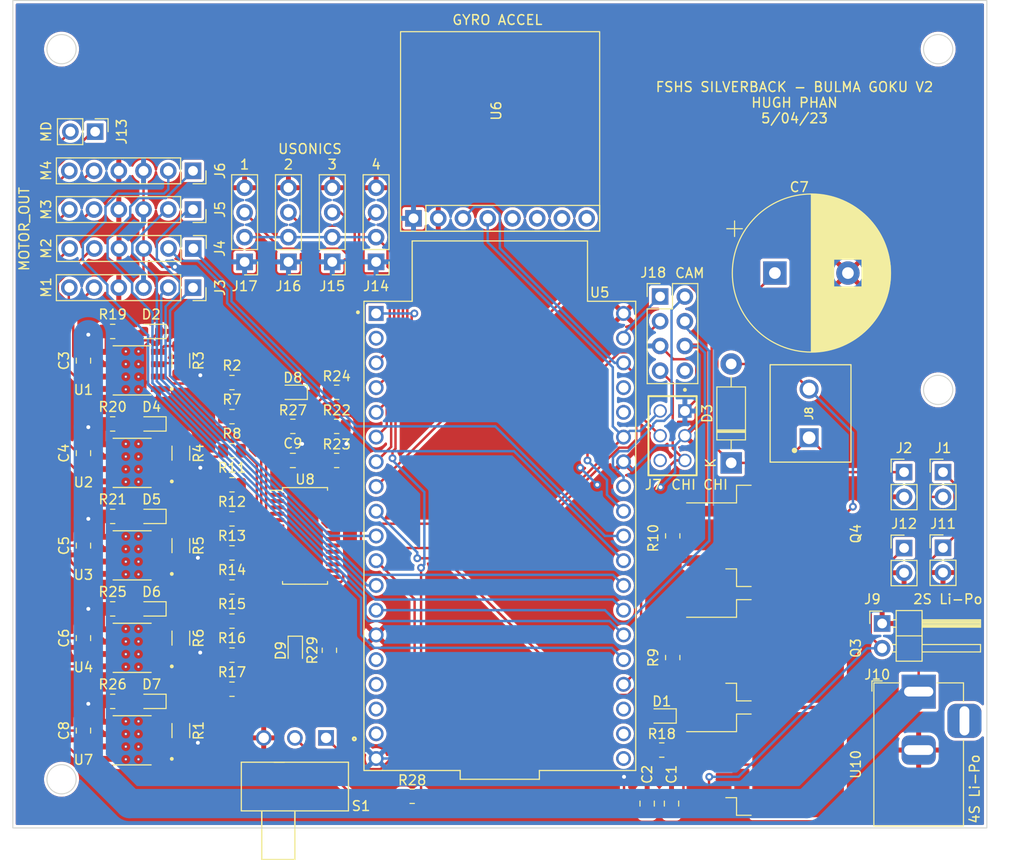
<source format=kicad_pcb>
(kicad_pcb (version 20211014) (generator pcbnew)
  (layers (0 "F.Cu" signal) (31 "B.Cu" signal) (34 "B.Paste" user) (35 "F.Paste" user) (36 "B.SilkS" user "B.Silkscreen") (37 "F.SilkS" user "F.Silkscreen") (38 "B.Mask" user) (39 "F.Mask" user) (44 "Edge.Cuts" user))
  (net 0 "")
  (net 1 "+7.5V")
  (net 2 "GND")
  (net 3 "+5V")
  (net 4 "+15V")
  (net 5 "+48V")
  (net 6 "Net-(D1-Pad2)")
  (net 7 "Net-(D2-Pad2)")
  (net 8 "Net-(D3-Pad2)")
  (net 9 "Net-(D4-Pad2)")
  (net 10 "Net-(D5-Pad2)")
  (net 11 "Net-(D6-Pad2)")
  (net 12 "Net-(D7-Pad2)")
  (net 13 "Net-(D8-Pad2)")
  (net 14 "Net-(D9-Pad2)")
  (net 15 "Net-(J1-Pad2)")
  (net 16 "/M1ENCB")
  (net 17 "/M1ENCA")
  (net 18 "Net-(J3-Pad5)")
  (net 19 "Net-(J3-Pad6)")
  (net 20 "/M2ENCB")
  (net 21 "/M2ENCA")
  (net 22 "Net-(J4-Pad5)")
  (net 23 "Net-(J4-Pad6)")
  (net 24 "/M3ENCB")
  (net 25 "/M3ENCA")
  (net 26 "Net-(J5-Pad5)")
  (net 27 "Net-(J5-Pad6)")
  (net 28 "/M4ENCB")
  (net 29 "/M4ENCA")
  (net 30 "Net-(J6-Pad5)")
  (net 31 "Net-(J6-Pad6)")
  (net 32 "/SDA")
  (net 33 "/SCL")
  (net 34 "/RST")
  (net 37 "Net-(J13-Pad1)")
  (net 38 "Net-(J13-Pad2)")
  (net 39 "/UTRIG")
  (net 40 "/UECHO1")
  (net 41 "/UECHO2")
  (net 42 "/UECHO3")
  (net 43 "/UECHO4")
  (net 44 "/MOSI")
  (net 45 "/MISO")
  (net 46 "/SCK")
  (net 47 "/CAM SS")
  (net 49 "/CHRGEN")
  (net 50 "/KCKEN")
  (net 51 "Net-(R1-Pad1)")
  (net 52 "Net-(R2-Pad1)")
  (net 53 "Net-(R2-Pad2)")
  (net 54 "Net-(R3-Pad1)")
  (net 55 "Net-(R4-Pad1)")
  (net 56 "Net-(R5-Pad1)")
  (net 57 "Net-(R6-Pad1)")
  (net 58 "Net-(R7-Pad1)")
  (net 59 "Net-(R7-Pad2)")
  (net 60 "Net-(R8-Pad1)")
  (net 61 "Net-(R8-Pad2)")
  (net 62 "Net-(R11-Pad1)")
  (net 63 "Net-(R11-Pad2)")
  (net 64 "Net-(R12-Pad1)")
  (net 65 "Net-(R12-Pad2)")
  (net 66 "Net-(R13-Pad1)")
  (net 67 "Net-(R13-Pad2)")
  (net 68 "Net-(R14-Pad1)")
  (net 69 "Net-(R14-Pad2)")
  (net 70 "Net-(R15-Pad1)")
  (net 71 "Net-(R15-Pad2)")
  (net 72 "Net-(R16-Pad1)")
  (net 73 "Net-(R16-Pad2)")
  (net 74 "Net-(R17-Pad1)")
  (net 75 "Net-(R17-Pad2)")
  (net 76 "Net-(R24-Pad1)")
  (net 77 "+3.3V")
  (net 78 "Net-(R28-Pad1)")
  (net 105 "/SW1")
  (footprint "Package_TO_SOT_SMD:TO-263-3_TabPin2" (layer "F.Cu") (at 182.25 138.5)
    (fp_text reference "U10")
    (fp_text value "LM1084-5.0")
  )
  (footprint "Resistor_SMD:R_0805_2012Metric" (layer "F.Cu") (at 127.5 127.25)
    (fp_text reference "R16")
    (fp_text value "220R")
  )
  (footprint "Connector_PinHeader_2.54mm:PinHeader_1x04_P2.54mm_Vertical" (layer "F.Cu") (at 137.795 86.8525 180)
    (fp_text reference "J15")
    (fp_text value "USONIC2")
  )
  (footprint "Capacitor_SMD:C_0805_2012Metric" (layer "F.Cu") (at 170.125 142.5 90)
    (fp_text reference "C2")
    (fp_text value "10UF20V")
  )
  (footprint "Capacitor_SMD:C_0805_2012Metric" (layer "F.Cu") (at 112.25 135 -90)
    (fp_text reference "C8")
    (fp_text value "0.1UF20V")
  )
  (footprint "Connector_PinHeader_2.54mm:PinHeader_1x02_P2.54mm_Vertical" (layer "F.Cu") (at 113.45 73.475 -90)
    (fp_text reference "J13")
    (fp_text value "Dribbler Motor 1")
  )
  (footprint "Resistor_SMD:R_0805_2012Metric" (layer "F.Cu") (at 138.25 107.25)
    (fp_text reference "R23")
    (fp_text value "10K")
  )
  (footprint "Capacitor_SMD:C_0805_2012Metric" (layer "F.Cu") (at 172.625 142.5 90)
    (fp_text reference "C1")
    (fp_text value "10UF20V")
  )
  (footprint "Capacitor_THT:CP_Radial_D16.0mm_P7.50mm" (layer "F.Cu") (at 183.237246 88)
    (fp_text reference "C7")
    (fp_text value "1000U")
  )
  (footprint "Connector_PinHeader_2.54mm:PinHeader_1x02_P2.54mm_Horizontal" (layer "F.Cu") (at 194.25 124)
    (fp_text reference "J9")
    (fp_text value "2S Li-Po")
  )
  (footprint "DRV8870DDAR:VREG_LM5017MR_NOPB" (layer "F.Cu") (at 117.25 107.5 180)
    (fp_text reference "U2")
    (fp_text value "DRV8870DDAR")
  )
  (footprint "Capacitor_SMD:C_0805_2012Metric" (layer "F.Cu") (at 133.75 107.25 180)
    (fp_text reference "C9")
    (fp_text value "10UF")
  )
  (footprint "Resistor_SMD:R_1206_3216Metric" (layer "F.Cu") (at 122.25 97 -90)
    (fp_text reference "R3")
    (fp_text value "200R")
  )
  (footprint "Resistor_SMD:R_0805_2012Metric" (layer "F.Cu") (at 127.5 120.25)
    (fp_text reference "R14")
    (fp_text value "220R")
  )
  (footprint "Resistor_SMD:R_0805_2012Metric" (layer "F.Cu") (at 146 141.75)
    (fp_text reference "R28")
    (fp_text value "220R")
  )
  (footprint "Connector_PinHeader_2.54mm:PinHeader_1x02_P2.54mm_Vertical" (layer "F.Cu") (at 200.5 108.45)
    (fp_text reference "J1")
    (fp_text value "BOOST CONVERTER IN")
  )
  (footprint "Resistor_SMD:R_0805_2012Metric" (layer "F.Cu") (at 133.75 103.75)
    (fp_text reference "R27")
    (fp_text value "150R")
  )
  (footprint "Library:GY-521" (layer "F.Cu") (at 146.1365 82.379 90)
    (fp_text reference "U6")
    (fp_text value "GY-521")
  )
  (footprint "Connector_PinHeader_2.54mm:PinHeader_1x04_P2.54mm_Vertical" (layer "F.Cu") (at 128.795 86.8525 180)
    (fp_text reference "J17")
    (fp_text value "USONIC4")
  )
  (footprint "LED_SMD:LED_0603_1608Metric" (layer "F.Cu") (at 171.625 133.5 180)
    (fp_text reference "D1")
    (fp_text value "LED")
  )
  (footprint "Resistor_SMD:R_0805_2012Metric" (layer "F.Cu") (at 127.5 123.75)
    (fp_text reference "R15")
    (fp_text value "220R")
  )
  (footprint "Resistor_SMD:R_0805_2012Metric" (layer "F.Cu") (at 127.5 113.25)
    (fp_text reference "R12")
    (fp_text value "220R")
  )
  (footprint "Resistor_SMD:R_0805_2012Metric" (layer "F.Cu") (at 127.5 130.75)
    (fp_text reference "R17")
    (fp_text value "220R")
  )
  (footprint "DRV8870DDAR:VREG_LM5017MR_NOPB" (layer "F.Cu") (at 117.25 98 180)
    (fp_text reference "U1")
    (fp_text value "DRV8870DDAR")
  )
  (footprint "Capacitor_SMD:C_0805_2012Metric" (layer "F.Cu") (at 112.25 106.5 -90)
    (fp_text reference "C4")
    (fp_text value "0.1UF20V")
  )
  (footprint "DRV8870DDAR:VREG_LM5017MR_NOPB" (layer "F.Cu") (at 117.25 136 180)
    (fp_text reference "U7")
    (fp_text value "DRV8870DDAR")
  )
  (footprint "Capacitor_SMD:C_0805_2012Metric" (layer "F.Cu") (at 112.25 116 -90)
    (fp_text reference "C5")
    (fp_text value "0.1UF20V")
  )
  (footprint "DRV8870DDAR:VREG_LM5017MR_NOPB" (layer "F.Cu") (at 117.25 126.5 180)
    (fp_text reference "U4")
    (fp_text value "DRV8870DDAR")
  )
  (footprint "Resistor_SMD:R_0805_2012Metric" (layer "F.Cu") (at 115.25 132 180)
    (fp_text reference "R26")
    (fp_text value "730R")
  )
  (footprint "Resistor_SMD:R_0805_2012Metric" (layer "F.Cu") (at 138.25 103.75)
    (fp_text reference "R22")
    (fp_text value "10K")
  )
  (footprint "Resistor_SMD:R_1206_3216Metric" (layer "F.Cu") (at 122.25 106.5 -90)
    (fp_text reference "R4")
    (fp_text value "200R")
  )
  (footprint "Connector_PinHeader_2.54mm:PinHeader_2x04_P2.54mm_Vertical" (layer "F.Cu") (at 171.455 90.41)
    (fp_text reference "J18")
    (fp_text value "Cam H7")
  )
  (footprint "LED_SMD:LED_0603_1608Metric" (layer "F.Cu") (at 119.25 122.5 180)
    (fp_text reference "D6")
    (fp_text value "LED")
  )
  (footprint "Package_TO_SOT_SMD:TO-263-2" (layer "F.Cu") (at 182.25 115)
    (fp_text reference "Q4")
    (fp_text value "IRLZ44N")
  )
  (footprint "Connector_PinSocket_2.54mm:PinSocket_1x06_P2.54mm_Vertical" (layer "F.Cu") (at 123.5 89.5 -90)
    (fp_text reference "J3")
    (fp_text value "Drive Motor 1")
  )
  (footprint "Resistor_SMD:R_0805_2012Metric" (layer "F.Cu") (at 127.5 116.75)
    (fp_text reference "R13")
    (fp_text value "220R")
  )
  (footprint "Capacitor_SMD:C_0805_2012Metric" (layer "F.Cu") (at 112.25 125.5 -90)
    (fp_text reference "C6")
    (fp_text value "0.1UF20V")
  )
  (footprint "SSQ-103-01-T-D:SAMTEC_SSQ-103-01-T-D" (layer "F.Cu") (at 172.73 104.71 90)
    (fp_text reference "J7")
    (fp_text value "Chi Chi Conn")
  )
  (footprint "ESP32-DEVKITC:MODULE_ESP32-DEVKITC" (layer "F.Cu") (at 155 115)
    (fp_text reference "U5")
    (fp_text value "ESP32-DEVKITC")
  )
  (footprint "Resistor_SMD:R_0805_2012Metric" (layer "F.Cu") (at 172.75 115 -90)
    (fp_text reference "R10")
    (fp_text value "10K")
  )
  (footprint "Resistor_SMD:R_0805_2012Metric" (layer "F.Cu") (at 115.25 122.5 180)
    (fp_text reference "R25")
    (fp_text value "730R")
  )
  (footprint "LED_SMD:LED_0603_1608Metric" (layer "F.Cu") (at 119.25 103.5 180)
    (fp_text reference "D4")
    (fp_text value "LED")
  )
  (footprint "Connector_PinSocket_2.54mm:PinSocket_1x06_P2.54mm_Vertical" (layer "F.Cu") (at 123.5 81.475 -90)
    (fp_text reference "J5")
    (fp_text value "Drive Motor 3")
  )
  (footprint "Resistor_SMD:R_1206_3216Metric" (layer "F.Cu") (at 122.25 135 -90)
    (fp_text reference "R1")
    (fp_text value "200R")
  )
  (footprint "2 Position Wire to Board Terminal Block Horizontal with Board 0.197 (5:2 Position Wire to Board Terminal Block Horizontal with Board 0.197 (5.00mm) Through Hole" (layer "F.Cu") (at 186.75 102.42 90)
    (fp_text reference "J8")
    (fp_text value "Solenoid")
  )
  (footprint "Diode_THT:D_DO-41_SOD81_P10.16mm_Horizontal" (layer "F.Cu") (at 178.75 107.5 90)
    (fp_text reference "D3")
    (fp_text value "1N4004")
  )
  (footprint "Resistor_SMD:R_1206_3216Metric" (layer "F.Cu") (at 122.25 116 -90)
    (fp_text reference "R5")
    (fp_text value "200R")
  )
  (footprint "LED_SMD:LED_0603_1608Metric" (layer "F.Cu") (at 134 126.7875 -90)
    (fp_text reference "D9")
    (fp_text value "LED")
  )
  (footprint "Resistor_SMD:R_0805_2012Metric" (layer "F.Cu") (at 138.25 100.25)
    (fp_text reference "R24")
    (fp_text value "10K")
  )
  (footprint "Resistor_SMD:R_0805_2012Metric" (layer "F.Cu") (at 115.25 94 180)
    (fp_text reference "R19")
    (fp_text value "730R")
  )
  (footprint "Connector_BarrelJack:BarrelJack_Horizontal" (layer "F.Cu") (at 198 131 90)
    (fp_text reference "J10")
    (fp_text value "4S Li-Po")
  )
  (footprint "Connector_PinHeader_2.54mm:PinHeader_1x02_P2.54mm_Vertical" (layer "F.Cu") (at 196.5 116.25)
    (fp_text reference "J12")
    (fp_text value "Voltmeter 2")
  )
  (footprint "Connector_PinHeader_2.54mm:PinHeader_1x02_P2.54mm_Vertical" (layer "F.Cu") (at 200.5 116.225)
    (fp_text reference "J11")
    (fp_text value "Voltmeter 1")
  )
  (footprint "Resistor_SMD:R_0805_2012Metric" (layer "F.Cu") (at 127.5 102.75)
    (fp_text reference "R7")
    (fp_text value "220R")
  )
  (footprint "Connector_PinHeader_2.54mm:PinHeader_1x04_P2.54mm_Vertical" (layer "F.Cu") (at 142.295 86.8525 180)
    (fp_text reference "J14")
    (fp_text value "USONIC1")
  )
  (footprint "LED_SMD:LED_0603_1608Metric" (layer "F.Cu") (at 119.25 94 180)
    (fp_text reference "D2")
    (fp_text value "LED")
  )
  (footprint "Resistor_SMD:R_0805_2012Metric" (layer "F.Cu") (at 115.25 103.5 180)
    (fp_text reference "R20")
    (fp_text value "730R")
  )
  (footprint "LED_SMD:LED_0603_1608Metric" (layer "F.Cu") (at 119.25 113 180)
    (fp_text reference "D5")
    (fp_text value "LED")
  )
  (footprint "Resistor_SMD:R_0805_2012Metric" (layer "F.Cu") (at 127.5 106.25)
    (fp_text reference "R8")
    (fp_text value "220R")
  )
  (footprint "Package_TO_SOT_SMD:TO-263-2" (layer "F.Cu") (at 182.25 126.75)
    (fp_text reference "Q3")
    (fp_text value "IRLZ44N")
  )
  (footprint "Resistor_SMD:R_0805_2012Metric" (layer "F.Cu") (at 172.75 127.5 -90)
    (fp_text reference "R9")
    (fp_text value "10K")
  )
  (footprint "Connector_PinHeader_2.54mm:PinHeader_1x04_P2.54mm_Vertical" (layer "F.Cu") (at 133.295 86.8525 180)
    (fp_text reference "J16")
    (fp_text value "USONIC3")
  )
  (footprint "Resistor_SMD:R_0805_2012Metric" (layer "F.Cu") (at 127.5 109.75)
    (fp_text reference "R11")
    (fp_text value "220R")
  )
  (footprint "LED_SMD:LED_0603_1608Metric" (layer "F.Cu") (at 133.75 100.25 180)
    (fp_text reference "D8")
    (fp_text value "LED")
  )
  (footprint "Resistor_SMD:R_0805_2012Metric" (layer "F.Cu") (at 137.5 126.75 90)
    (fp_text reference "R29")
    (fp_text value "150R")
  )
  (footprint "DRV8870DDAR:VREG_LM5017MR_NOPB" (layer "F.Cu") (at 117.25 117 180)
    (fp_text reference "U3")
    (fp_text value "DRV8870DDAR")
  )
  (footprint "Connector_PinHeader_2.54mm:PinHeader_1x02_P2.54mm_Vertical" (layer "F.Cu") (at 196.5 108.45)
    (fp_text reference "J2")
    (fp_text value "BOOST CONVERTER OUT")
  )
  (footprint "1825116-1:SW_1825116-1" (layer "F.Cu") (at 137.158444 135.7494 180)
    (fp_text reference "S1")
    (fp_text value "1825116-1")
  )
  (footprint "Package_SO:TSSOP-28_4.4x9.7mm_P0.65mm" (layer "F.Cu") (at 135 115)
    (fp_text reference "U8")
    (fp_text value "PCA9685PW")
  )
  (footprint "Resistor_SMD:R_0805_2012Metric" (layer "F.Cu") (at 115.25 113 180)
    (fp_text reference "R21")
    (fp_text value "730R")
  )
  (footprint "Resistor_SMD:R_0805_2012Metric" (layer "F.Cu") (at 127.5 99.25)
    (fp_text reference "R2")
    (fp_text value "220R")
  )
  (footprint "Resistor_SMD:R_0805_2012Metric" (layer "F.Cu") (at 171.625 137)
    (fp_text reference "R18")
    (fp_text value "150R")
  )
  (footprint "Connector_PinSocket_2.54mm:PinSocket_1x06_P2.54mm_Vertical" (layer "F.Cu") (at 123.5 77.5 -90)
    (fp_text reference "J6")
    (fp_text value "Drive Motor 4")
  )
  (footprint "LED_SMD:LED_0603_1608Metric" (layer "F.Cu") (at 119.25 132 180)
    (fp_text reference "D7")
    (fp_text value "LED")
  )
  (footprint "Connector_PinHeader_2.54mm:PinHeader_1x06_P2.54mm_Vertical" (layer "F.Cu") (at 123.525 85.475 -90)
    (fp_text reference "J4")
    (fp_text value "Drive Motor 2")
  )
  (footprint "Capacitor_SMD:C_0805_2012Metric" (layer "F.Cu") (at 112.25 97 -90)
    (fp_text reference "C3")
    (fp_text value "0.1UF20V")
  )
  (footprint "Resistor_SMD:R_1206_3216Metric" (layer "F.Cu") (at 122.25 125.5 -90)
    (fp_text reference "R6")
    (fp_text value "200R")
  )
  (gr_circle (center 110 140) (end 111.5 140) (layer "Edge.Cuts") (width 0.1) (fill none))
  (gr_circle (center 110 65) (end 111.5 65) (layer "Edge.Cuts") (width 0.1) (fill none))
  (gr_rect (start 105 145) (end 205 60) (layer "Edge.Cuts") (width 0.1) (fill none))
  (gr_circle (center 200 65) (end 201.5 65) (layer "Edge.Cuts") (width 0.1) (fill none))
  (gr_circle (center 200 100) (end 201.5 100) (layer "Edge.Cuts") (width 0.1) (fill none))
  (gr_text "1" (at 128.795 76.8525) (layer "F.SilkS") (effects (font (size 1 1))))
  (gr_text "2" (at 133.295 76.8525) (layer "F.SilkS") (effects (font (size 1 1))))
  (gr_text "2S Li-Po" (at 201 121.5) (layer "F.SilkS") (effects (font (size 1 1))))
  (gr_text "FSHS SILVERBACK - BULMA GOKU V2\nHUGH PHAN\n5/04/23" (at 185.25 70.5) (layer "F.SilkS") (effects (font (size 1 1))))
  (gr_text "3" (at 137.795 76.8525) (layer "F.SilkS") (effects (font (size 1 1))))
  (gr_text "M2\n" (at 108.425 85.475 90) (layer "F.SilkS") (effects (font (size 1 1))))
  (gr_text "M4\n" (at 108.425 77.475 90) (layer "F.SilkS") (effects (font (size 1 1))))
  (gr_text "MD\n" (at 108.425 73.475 90) (layer "F.SilkS") (effects (font (size 1 1))))
  (gr_text "GYRO ACCEL" (at 154.75 62) (layer "F.SilkS") (effects (font (size 1 1))))
  (gr_text "M3\n" (at 108.425 81.475 90) (layer "F.SilkS") (effects (font (size 1 1))))
  (gr_text "4" (at 142.295 76.8525) (layer "F.SilkS") (effects (font (size 1 1))))
  (gr_text "MOTOR_OUT" (at 106.175 83.475 90) (layer "F.SilkS") (effects (font (size 1 1))))
  (gr_text "CAM" (at 174.5 88) (layer "F.SilkS") (effects (font (size 1 1))))
  (gr_text "4S Li-Po" (at 203.75 141 90) (layer "F.SilkS") (effects (font (size 1 1))))
  (gr_text "M1\n" (at 108.425 89.475 90) (layer "F.SilkS") (effects (font (size 1 1))))
  (gr_text "CHI CHI\n" (at 175.5 109.75) (layer "F.SilkS") (effects (font (size 1 1))))
  (gr_text "USONICS" (at 135.5 75.25) (layer "F.SilkS") (effects (font (size 1 1))))
  (segment (start 176.475 139.775) (end 176.475 141.04) (width 0.25) (layer "F.Cu") (net 1))
  (segment (start 196.5 116.25) (end 193.075 119.675) (width 0.25) (layer "F.Cu") (net 1))
  (segment (start 193.075 125.365) (end 194.25 126.54) (width 0.25) (layer "F.Cu") (net 1))
  (segment (start 172.625 143.45) (end 174.065 143.45) (width 0.25) (layer "F.Cu") (net 1))
  (segment (start 176.5 139.75) (end 176.475 139.775) (width 0.25) (layer "F.Cu") (net 1))
  (segment (start 174.065 143.45) (end 176.475 141.04) (width 0.25) (layer "F.Cu") (net 1))
  (segment (start 193.075 119.675) (end 193.075 125.365) (width 0.25) (layer "F.Cu") (net 1))
  (via (at 176.5 139.75) (size 0.8) (drill 0.4) (layers "F.Cu" "B.Cu") (net 1))
  (segment (start 192.71 126.54) (end 194.25 126.54) (width 0.25) (layer "B.Cu") (net 1))
  (segment (start 176.5 139.75) (end 179.5 139.75) (width 0.25) (layer "B.Cu") (net 1))
  (segment (start 179.5 139.75) (end 192.71 126.54) (width 0.25) (layer "B.Cu") (net 1))
  (segment (start 120.0375 94) (end 118.375 95.6625) (width 0.25) (layer "F.Cu") (net 2))
  (segment (start 112.25 97.95) (end 113.456 97.95) (width 0.25) (layer "F.Cu") (net 2))
  (segment (start 118.375 95.6625) (end 118.375 96.246752) (width 0.25) (layer "F.Cu") (net 2))
  (segment (start 112.25 107.45) (end 112.935 108.135) (width 0.25) (layer "F.Cu") (net 2))
  (segment (start 173.6275 129.29) (end 176.475 129.29) (width 0.25) (layer "F.Cu") (net 2))
  (segment (start 114.55 127.135) (end 116.124999 127.135) (width 0.25) (layer "F.Cu") (net 2))
  (segment (start 114.141 98.635) (end 114.55 98.635) (width 0.25) (layer "F.Cu") (net 2))
  (segment (start 116.125 108.135) (end 114.55 108.135) (width 0.25) (layer "F.Cu") (net 2))
  (segment (start 137.8625 112.725) (end 138.564645 112.725) (width 0.25) (layer "F.Cu") (net 2))
  (segment (start 112.935 127.135) (end 114.55 127.135) (width 0.25) (layer "F.Cu") (net 2))
  (segment (start 167.7 107.39) (end 165.34 109.75) (width 0.25) (layer "F.Cu") (net 2))
  (segment (start 116.125 98.453248) (end 116.125 98.635) (width 0.25) (layer "F.Cu") (net 2))
  (segment (start 117.834252 96.7875) (end 117.25 96.7875) (width 0.25) (layer "F.Cu") (net 2))
  (segment (start 116.125 98.635) (end 114.55 98.635) (width 0.25) (layer "F.Cu") (net 2))
  (segment (start 112.25 126.45) (end 112.935 127.135) (width 0.25) (layer "F.Cu") (net 2))
  (segment (start 172.775 128.4375) (end 173.6275 129.29) (width 0.25) (layer "F.Cu") (net 2))
  (segment (start 117.25 96.7875) (end 117.25 98) (width 0.25) (layer "F.Cu") (net 2))
  (segment (start 112.25 116.95) (end 112.935 117.635) (width 0.25) (layer "F.Cu") (net 2))
  (segment (start 117.921752 98) (end 117.25 98) (width 0.25) (layer "F.Cu") (net 2))
  (segment (start 119.433248 99.905) (end 118.375 98.846752) (width 0.25) (layer "F.Cu") (net 2))
  (segment (start 118.375 98.453248) (end 117.921752 98) (width 0.25) (layer "F.Cu") (net 2))
  (segment (start 112.25 135.95) (end 112.935 136.635) (width 0.25) (layer "F.Cu") (net 2))
  (segment (start 119.95 99.905) (end 119.433248 99.905) (width 0.25) (layer "F.Cu") (net 2))
  (segment (start 112.935 108.135) (end 114.55 108.135) (width 0.25) (layer "F.Cu") (net 2))
  (segment (start 118.375 96.246752) (end 117.834252 96.7875) (width 0.25) (layer "F.Cu") (net 2))
  (segment (start 113.456 97.95) (end 114.141 98.635) (width 0.25) (layer "F.Cu") (net 2))
  (segment (start 112.935 117.635) (end 114.55 117.635) (width 0.25) (layer "F.Cu") (net 2))
  (segment (start 114.55 136.635) (end 116.124999 136.635) (width 0.25) (layer "F.Cu") (net 2))
  (segment (start 118.375 98.846752) (end 118.375 98.453248) (width 0.25) (layer "F.Cu") (net 2))
  (segment (start 138.564645 112.725) (end 139.75 113.910355) (width 0.25) (layer "F.Cu") (net 2))
  (segment (start 112.935 136.635) (end 114.55 136.635) (width 0.25) (layer "F.Cu") (net 2))
  (segment (start 165.34 109.75) (end 165 109.75) (width 0.25) (layer "F.Cu") (net 2))
  (segment (start 114.4375 117.65) (end 116.012499 117.65) (width 0.25) (layer "F.Cu") (net 2))
  (via (at 163.25 108) (size 0.8) (drill 0.4) (layers "F.Cu" "B.Cu") (net 2))
  (via (at 171.5 110) (size 0.8) (drill 0.4) (layers "F.Cu" "B.Cu") (net 2))
  (via (at 165 109.75) (size 0.8) (drill 0.4) (layers "F.Cu" "B.Cu") (net 2))
  (segment (start 176.05 96.186396) (end 175.353604 95.49) (width 0.25) (layer "B.Cu") (net 2))
  (segment (start 168.57 108.26) (end 171.11 105.72) (width 0.25) (layer "B.Cu") (net 2))
  (segment (start 172.99 108.51) (end 171.5 110) (width 0.25) (layer "B.Cu") (net 2))
  (segment (start 175.353604 95.49) (end 173.995 95.49) (width 0.25) (layer "B.Cu") (net 2))
  (segment (start 172.99 105.72) (end 172.99 108.51) (width 0.25) (layer "B.Cu") (net 2))
  (segment (start 176.05 102.66) (end 176.05 96.186396) (width 0.25) (layer "B.Cu") (net 2))
  (segment (start 172.99 105.72) (end 174 104.71) (width 0.25) (layer "B.Cu") (net 2))
  (segment (start 165 109.75) (end 163.25 108) (width 0.25) (layer "B.Cu") (net 2))
  (segment (start 174 104.71) (end 176.05 102.66) (width 0.25) (layer "B.Cu") (net 2))
  (segment (start 171.11 105.72) (end 172.99 105.72) (width 0.25) (layer "B.Cu") (net 2))
  (segment (start 167.7 107.39) (end 168.57 108.26) (width 0.25) (layer "B.Cu") (net 2))
  (segment (start 139.25 109.75) (end 138.225 110.775) (width 0.25) (layer "F.Cu") (net 3))
  (segment (start 123.7875 136.4625) (end 124 136.25) (width 0.25) (layer "F.Cu") (net 3))
  (segment (start 175.125 138.5) (end 176.475 138.5) (width 0.25) (layer "F.Cu") (net 3))
  (segment (start 140.5 136.07) (end 140.5 128.8375) (width 0.25) (layer "F.Cu") (net 3))
  (segment (start 172.5375 137) (end 174.975 137) (width 0.25) (layer "F.Cu") (net 3))
  (segment (start 173.213173 142.5) (end 173.85 141.863173) (width 0.25) (layer "F.Cu") (net 3))
  (segment (start 123.7875 117.4625) (end 124 117.25) (width 0.25) (layer "F.Cu") (net 3))
  (segment (start 139.25 105.55) (end 139.25 103.8875) (width 0.25) (layer "F.Cu") (net 3))
  (segment (start 170.125 143.45) (end 171.075 142.5) (width 0.25) (layer "F.Cu") (net 3))
  (segment (start 174.605 96.855) (end 175.17 97.42) (width 0.25) (layer "F.Cu") (net 3))
  (segment (start 139.1625 107.3375) (end 139.25 107.425) (width 0.25) (layer "F.Cu") (net 3))
  (segment (start 124.2125 126.9625) (end 124.237701 126.987701) (width 0.25) (layer "F.Cu") (net 3))
  (segment (start 142.3 137.87) (end 140.5 136.07) (width 0.25) (layer "F.Cu") (net 3))
  (segment (start 171.455 95.49) (end 172.82 96.855) (width 0.25) (layer "F.Cu") (net 3))
  (segment (start 175.17 101) (end 174 102.17) (width 0.25) (layer "F.Cu") (net 3))
  (segment (start 167.75 139.75) (end 167.75 141.075) (width 0.25) (layer "F.Cu") (net 3))
  (segment (start 120.332701 87.362701) (end 121.637299 87.362701) (width 0.25) (layer "F.Cu") (net 3))
  (segment (start 122.25 136.4625) (end 123.7875 136.4625) (width 0.25) (layer "F.Cu") (net 3))
  (segment (start 118.42 77.5) (end 118.42 89.5) (width 0.25) (layer "F.Cu") (net 3))
  (segment (start 173.85 141.863173) (end 173.85 139.775) (width 0.25) (layer "F.Cu") (net 3))
  (segment (start 134.7 105.55) (end 134.7 103.7875) (width 0.25) (layer "F.Cu") (net 3))
  (segment (start 175.17 97.42) (end 175.17 101) (width 0.25) (layer "F.Cu") (net 3))
  (segment (start 173.85 139.775) (end 175.125 138.5) (width 0.25) (layer "F.Cu") (net 3))
  (segment (start 122.25 107.9625) (end 124.2125 107.9625) (width 0.25) (layer "F.Cu") (net 3))
  (segment (start 139.25 105.55) (end 139.25 107.35) (width 0.25) (layer "F.Cu") (net 3))
  (segment (start 118.445 85.475) (end 120.332701 87.362701) (width 0.25) (layer "F.Cu") (net 3))
  (segment (start 185.625 138.5) (end 176.475 138.5) (width 0.25) (layer "F.Cu") (net 3))
  (segment (start 167.75 141.075) (end 170.125 143.45) (width 0.25) (layer "F.Cu") (net 3))
  (segment (start 124.2125 98.4625) (end 124.25 98.5) (width 0.25) (layer "F.Cu") (net 3))
  (segment (start 138.225 110.775) (end 137.8625 110.775) (width 0.25) (layer "F.Cu") (net 3))
  (segment (start 122.25 98.4625) (end 124.2125 98.4625) (width 0.25) (layer "F.Cu") (net 3))
  (segment (start 172.82 96.855) (end 174.605 96.855) (width 0.25) (layer "F.Cu") (net 3))
  (segment (start 140.5 128.8375) (end 137.5 125.8375) (width 0.25) (layer "F.Cu") (net 3))
  (segment (start 171.075 142.5) (end 173.213173 142.5) (width 0.25) (layer "F.Cu") (net 3))
  (segment (start 134.7 105.55) (end 134.7 107.25) (width 0.25) (layer "F.Cu") (net 3))
  (segment (start 124.2125 107.9625) (end 124.25 108) (width 0.25) (layer "F.Cu") (net 3))
  (segment (start 174.975 137) (end 176.475 138.5) (width 0.25) (layer "F.Cu") (net 3))
  (segment (start 139.25 107.425) (end 139.25 109.75) (width 0.25) (layer "F.Cu") (net 3))
  (segment (start 122.25 126.9625) (end 124.2125 126.9625) (width 0.25) (layer "F.Cu") (net 3))
  (segment (start 122.25 117.4625) (end 123.7875 117.4625) (width 0.25) (layer "F.Cu") (net 3))
  (via (at 124 136.25) (size 0.8) (drill 0.4) (layers "F.Cu" "B.Cu") (net 3))
  (via (at 167.75 139.75) (size 0.8) (drill 0.4) (layers "F.Cu" "B.Cu") (net 3))
  (via (at 121.637299 87.362701) (size 0.8) (drill 0.4) (layers "F.Cu" "B.Cu") (net 3))
  (via (at 124 117.25) (size 0.8) (drill 0.4) (layers "F.Cu" "B.Cu") (net 3))
  (via (at 124.25 108) (size 0.8) (drill 0.4) (layers "F.Cu" "B.Cu") (net 3))
  (via (at 134.7 105.55) (size 0.8) (drill 0.4) (layers "F.Cu" "B.Cu") (net 3))
  (via (at 124.237701 126.987701) (size 0.8) (drill 0.4) (layers "F.Cu" "B.Cu") (net 3))
  (via (at 124.25 98.5) (size 0.8) (drill 0.4) (layers "F.Cu" "B.Cu") (net 3))
  (via (at 139.25 105.55) (size 0.8) (drill 0.4) (layers "F.Cu" "B.Cu") (net 3))
  (segment (start 142.3 137.87) (end 165.87 137.87) (width 0.25) (layer "B.Cu") (net 3))
  (segment (start 165.87 137.87) (end 167.75 139.75) (width 0.25) (layer "B.Cu") (net 3))
  (segment (start 112.75 113.25) (end 113 113) (width 0.25) (layer "F.Cu") (net 4))
  (segment (start 114.3375 113) (end 114.3375 114.71375) (width 0.25) (layer "F.Cu") (net 4))
  (segment (start 112.25 124.55) (end 112.5 124.3) (width 0.25) (layer "F.Cu") (net 4))
  (segment (start 114.3375 114.71375) (end 114.16875 114.8825) (width 0.25) (layer "F.Cu") (net 4))
  (segment (start 112.75 103.83125) (end 113.08125 103.5) (width 0.25) (layer "F.Cu") (net 4))
  (segment (start 112.25 134.05) (end 114.505 134.05) (width 0.25) (layer "F.Cu") (net 4))
  (segment (start 113.08125 94) (end 114.3375 94) (width 0.25) (layer "F.Cu") (net 4))
  (segment (start 112.08125 115.05) (end 114.33625 115.05) (width 0.25) (layer "F.Cu") (net 4))
  (segment (start 114.505 134.05) (end 114.55 134.095) (width 0.25) (layer "F.Cu") (net 4))
  (segment (start 114.3375 132) (end 113 132) (width 0.25) (layer "F.Cu") (net 4))
  (segment (start 112.25 124.55) (end 114.505 124.55) (width 0.25) (layer "F.Cu") (net 4))
  (segment (start 112.25 94.83125) (end 112.25 96.05) (width 0.25) (layer "F.Cu") (net 4))
  (segment (start 114.55 94.2125) (end 114.3375 94) (width 0.25) (layer "F.Cu") (net 4))
  (segment (start 114.505 124.55) (end 114.55 124.595) (width 0.25) (layer "F.Cu") (net 4))
  (segment (start 113 132) (end 112.75 132.25) (width 0.25) (layer "F.Cu") (net 4))
  (segment (start 114.3375 105.3825) (end 114.55 105.595) (width 0.25) (layer "F.Cu") (net 4))
  (segment (start 112.25 132.75) (end 112.25 134.05) (width 0.25) (layer "F.Cu") (net 4))
  (segment (start 114.3375 122.5) (end 112.75 122.5) (width 0.25) (layer "F.Cu") (net 4))
  (segment (start 112.25 115.05) (end 114.505 115.05) (width 0.25) (layer "F.Cu") (net 4))
  (segment (start 112.5 124.3) (end 112.5 122.75) (width 0.25) (layer "F.Cu") (net 4))
  (segment (start 113 113) (end 114.3375 113) (width 0.25) (layer "F.Cu") (net 4))
  (segment (start 200.5 108.45) (end 201.675 109.625) (width 0.25) (layer "F.Cu") (net 4))
  (segment (start 112.75 132.25) (end 112.25 132.75) (width 0.25) (layer "F.Cu") (net 4))
  (segment (start 114.41875 105.3825) (end 114.58625 105.55) (width 0.25) (layer "F.Cu") (net 4))
  (segment (start 112.75 113.25) (end 112.08125 113.91875) (width 0.25) (layer "F.Cu") (net 4))
  (segment (start 114.3375 133.8825) (end 114.55 134.095) (width 0.25) (layer "F.Cu") (net 4))
  (segment (start 201.675 109.625) (end 201.675 115.05) (width 0.25) (layer "F.Cu") (net 4))
  (segment (start 114.58625 105.55) (end 112.33125 105.55) (width 0.25) (layer "F.Cu") (net 4))
  (segment (start 200.5 116.225) (end 198 118.725) (width 0.25) (layer "F.Cu") (net 4))
  (segment (start 114.3375 122.5) (end 114.3375 124.3825) (width 0.25) (layer "F.Cu") (net 4))
  (segment (start 112.75 94.33125) (end 112.25 94.83125) (width 0.25) (layer "F.Cu") (net 4))
  (segment (start 201.675 115.05) (end 200.5 116.225) (width 0.25) (layer "F.Cu") (net 4))
  (segment (start 114.3375 103.5) (end 114.3375 105.3825) (width 0.25) (layer "F.Cu") (net 4))
  (segment (start 112.5 122.75) (end 112.75 122.5) (width 0.25) (layer "F.Cu") (net 4))
  (segment (start 112.75 103.83125) (end 112.33125 104.25) (width 0.25) (layer "F.Cu") (net 4))
  (segment (start 112.08125 113.91875) (end 112.08125 115.05) (width 0.25) (layer "F.Cu") (net 4))
  (segment (start 113.08125 103.5) (end 114.41875 103.5) (width 0.25) (layer "F.Cu") (net 4))
  (segment (start 198 118.725) (end 198 131) (width 0.25) (layer "F.Cu") (net 4))
  (segment (start 114.55 96.095) (end 114.55 94.2125) (width 0.25) (layer "F.Cu") (net 4))
  (segment (start 114.505 105.55) (end 114.55 105.595) (width 0.25) (layer "F.Cu") (net 4))
  (segment (start 112.25 105.55) (end 114.505 105.55) (width 0.25) (layer "F.Cu") (net 4))
  (segment (start 114.41875 103.5) (end 114.41875 105.3825) (width 0.25) (layer "F.Cu") (net 4))
  (segment (start 112.33125 105.55) (end 112.33125 104.25) (width 0.25) (layer "F.Cu") (net 4))
  (segment (start 113.08125 103.5) (end 112.83125 103.75) (width 0.25) (layer "F.Cu") (net 4))
  (segment (start 112.33125 104.25) (end 112.83125 103.75) (width 0.25) (layer "F.Cu") (net 4))
  (segment (start 114.3375 132) (end 114.3375 133.8825) (width 0.25) (layer "F.Cu") (net 4))
  (segment (start 112.75 94.33125) (end 113.08125 94) (width 0.25) (layer "F.Cu") (net 4))
  (segment (start 114.3375 124.3825) (end 114.55 124.595) (width 0.25) (layer "F.Cu") (net 4))
  (via (at 112.75 94.33125) (size 0.8) (drill 0.4) (layers "F.Cu" "B.Cu") (net 4))
  (via (at 112.75 132.25) (size 0.8) (drill 0.4) (layers "F.Cu" "B.Cu") (net 4))
  (via (at 112.75 103.83125) (size 0.8) (drill 0.4) (layers "F.Cu" "B.Cu") (net 4))
  (via (at 112.75 113.25) (size 0.8) (drill 0.4) (layers "F.Cu" "B.Cu") (net 4))
  (via (at 112.75 122.5) (size 0.8) (drill 0.4) (layers "F.Cu" "B.Cu") (net 4))
  (segment (start 112.75 103.83125) (end 112.75 113.25) (width 3) (layer "B.Cu") (net 4))
  (segment (start 112.75 132.25) (end 112.75 138.25) (width 3) (layer "B.Cu") (net 4))
  (segment (start 117 142.5) (end 186.5 142.5) (width 3) (layer "B.Cu") (net 4))
  (segment (start 112.75 132.25) (end 112.75 122.5) (width 3) (layer "B.Cu") (net 4))
  (segment (start 186.5 142.5) (end 198 131) (width 3) (layer "B.Cu") (net 4))
  (segment (start 112.75 138.25) (end 117 142.5) (width 3) (layer "B.Cu") (net 4))
  (segment (start 112.75 94.33125) (end 112.75 103.83125) (width 3) (layer "B.Cu") (net 4))
  (segment (start 112.75 113.25) (end 112.75 122.5) (width 3) (layer "B.Cu") (net 4))
  (segment (start 183.237246 88) (end 177.325 93.912246) (width 0.25) (layer "F.Cu") (net 5))
  (segment (start 184.17 107.5) (end 186.75 104.92) (width 0.25) (layer "F.Cu") (net 5))
  (segment (start 190.28 108.45) (end 186.75 104.92) (width 0.25) (layer "F.Cu") (net 5))
  (segment (start 178.75 107.5) (end 184.17 107.5) (width 0.25) (layer "F.Cu") (net 5))
  (segment (start 177.325 93.912246) (end 177.325 106.075) (width 0.25) (layer "F.Cu") (net 5))
  (segment (start 177.325 106.075) (end 178.75 107.5) (width 0.25) (layer "F.Cu") (net 5))
  (segment (start 196.5 108.45) (end 190.28 108.45) (width 0.25) (layer "F.Cu") (net 5))
  (segment (start 170.8375 136.875) (end 170.7125 137) (width 0.25) (layer "F.Cu") (net 6))
  (segment (start 170.8375 133.5) (end 170.8375 136.875) (width 0.25) (layer "F.Cu") (net 6))
  (segment (start 118.4625 94) (end 116.1625 94) (width 0.25) (layer "F.Cu") (net 7))
  (segment (start 188.25 115) (end 185.625 115) (width 0.25) (layer "F.Cu") (net 8))
  (segment (start 191.25 112) (end 188.25 115) (width 0.25) (layer "F.Cu") (net 8))
  (segment (start 178.75 97.34) (end 184.17 97.34) (width 0.25) (layer "F.Cu") (net 8))
  (segment (start 184.17 97.34) (end 186.75 99.92) (width 0.25) (layer "F.Cu") (net 8))
  (via (at 191.25 112) (size 0.8) (drill 0.4) (layers "F.Cu" "B.Cu") (net 8))
  (segment (start 186.75 99.92) (end 191.25 104.42) (width 0.25) (layer "B.Cu") (net 8))
  (segment (start 191.25 104.42) (end 191.25 112) (width 0.25) (layer "B.Cu") (net 8))
  (segment (start 118.4625 103.5) (end 116.1625 103.5) (width 0.25) (layer "F.Cu") (net 9))
  (segment (start 118.4625 113) (end 116.1625 113) (width 0.25) (layer "F.Cu") (net 10))
  (segment (start 118.4625 122.5) (end 116.1625 122.5) (width 0.25) (layer "F.Cu") (net 11))
  (segment (start 116.1625 132) (end 118.4625 132) (width 0.25) (layer "F.Cu") (net 12))
  (segment (start 132.9625 100.25) (end 132.9625 103.625) (width 0.25) (layer "F.Cu") (net 13))
  (segment (start 132.9625 103.625) (end 132.8375 103.75) (width 0.25) (layer "F.Cu") (net 13))
  (segment (start 137.5 127.6625) (end 133.5875 127.6625) (width 0.25) (layer "F.Cu") (net 14))
  (segment (start 198.26 110.99) (end 190.65 118.6) (width 0.25) (layer "F.Cu") (net 15))
  (segment (start 190.65 121.725) (end 185.625 126.75) (width 0.25) (layer "F.Cu") (net 15))
  (segment (start 200.5 110.99) (end 198.26 110.99) (width 0.25) (layer "F.Cu") (net 15))
  (segment (start 190.65 118.6) (end 190.65 121.725) (width 0.25) (layer "F.Cu") (net 15))
  (segment (start 121.135 98.557305) (end 137.587695 115.01) (width 0.25) (layer "B.Cu") (net 16))
  (segment (start 123.5 89.5) (end 121.135 91.865) (width 0.25) (layer "B.Cu") (net 16))
  (segment (start 121.135 91.865) (end 121.135 98.557305) (width 0.25) (layer "B.Cu") (net 16))
  (segment (start 137.587695 115.01) (end 142.3 115.01) (width 0.25) (layer "B.Cu") (net 16))
  (segment (start 120.235 98.930097) (end 141.394903 120.09) (width 0.25) (layer "B.Cu") (net 17))
  (segment (start 120.96 89.5) (end 120.235 90.225) (width 0.25) (layer "B.Cu") (net 17))
  (segment (start 141.394903 120.09) (end 142.3 120.09) (width 0.25) (layer "B.Cu") (net 17))
  (segment (start 120.235 90.225) (end 120.235 98.930097) (width 0.25) (layer "B.Cu") (net 17))
  (segment (start 111.2 96.538173) (end 111.536827 96.875) (width 0.25) (layer "F.Cu") (net 18))
  (segment (start 111.2 91.64) (end 111.2 96.5) (width 0.25) (layer "F.Cu") (net 18))
  (segment (start 111.536827 96.875) (end 114.06 96.875) (width 0.25) (layer "F.Cu") (net 18))
  (segment (start 113.34 89.5) (end 111.2 91.64) (width 0.25) (layer "F.Cu") (net 18))
  (segment (start 114.06 96.875) (end 114.55 97.365) (width 0.25) (layer "F.Cu") (net 18))
  (segment (start 112.666827 99.905) (end 114.55 99.905) (width 0.25) (layer "F.Cu") (net 19))
  (segment (start 110.75 89.55) (end 110.75 97.988173) (width 0.25) (layer "F.Cu") (net 19))
  (segment (start 110.75 97.988173) (end 112.666827 99.905) (width 0.25) (layer "F.Cu") (net 19))
  (segment (start 110.8 89.5) (end 110.75 89.55) (width 0.25) (layer "F.Cu") (net 19))
  (segment (start 165.796396 115.01) (end 167.7 115.01) (width 0.25) (layer "B.Cu") (net 20))
  (segment (start 123.525 86.2) (end 124.086396 86.2) (width 0.25) (layer "B.Cu") (net 20))
  (segment (start 154.536396 103.75) (end 165.796396 115.01) (width 0.25) (layer "B.Cu") (net 20))
  (segment (start 123.525 85.475) (end 123.525 86.2) (width 0.25) (layer "B.Cu") (net 20))
  (segment (start 124.086396 86.2) (end 127.45 89.563604) (width 0.25) (layer "B.Cu") (net 20))
  (segment (start 127.45 90.905097) (end 140.294903 103.75) (width 0.25) (layer "B.Cu") (net 20))
  (segment (start 127.45 89.563604) (end 127.45 90.905097) (width 0.25) (layer "B.Cu") (net 20))
  (segment (start 140.294903 103.75) (end 154.536396 103.75) (width 0.25) (layer "B.Cu") (net 20))
  (segment (start 120.985 85.485) (end 122.25 86.75) (width 0.25) (layer "B.Cu") (net 21))
  (segment (start 127 91.091493) (end 142.208507 106.3) (width 0.25) (layer "B.Cu") (net 21))
  (segment (start 120.985 85.475) (end 120.985 85.485) (width 0.25) (layer "B.Cu") (net 21))
  (segment (start 122.25 86.75) (end 124 86.75) (width 0.25) (layer "B.Cu") (net 21))
  (segment (start 127 89.75) (end 127 91.091493) (width 0.25) (layer "B.Cu") (net 21))
  (segment (start 142.208507 106.3) (end 156.45 106.3) (width 0.25) (layer "B.Cu") (net 21))
  (segment (start 124 86.75) (end 127 89.75) (width 0.25) (layer "B.Cu") (net 21))
  (segment (start 156.45 106.3) (end 167.7 117.55) (width 0.25) (layer "B.Cu") (net 21))
  (segment (start 114.06 106.375) (end 114.55 106.865) (width 0.25) (layer "F.Cu") (net 22))
  (segment (start 109.625 89.013299) (end 109.625 89.986701) (width 0.25) (layer "F.Cu") (net 22))
  (segment (start 111.536827 106.375) (end 114.06 106.375) (width 0.25) (layer "F.Cu") (net 22))
  (segment (start 110.25 105.088173) (end 111.536827 106.375) (width 0.25) (layer "F.Cu") (net 22))
  (segment (start 109.625 89.986701) (end 110.25 90.611701) (width 0.25) (layer "F.Cu") (net 22))
  (segment (start 113.365 85.475) (end 113.163299 85.475) (width 0.25) (layer "F.Cu") (net 22))
  (segment (start 113.163299 85.475) (end 109.625 89.013299) (width 0.25) (layer "F.Cu") (net 22))
  (segment (start 110.25 90.611701) (end 110.25 105.088173) (width 0.25) (layer "F.Cu") (net 22))
  (segment (start 110.825 85.475) (end 109.175 87.125) (width 0.25) (layer "F.Cu") (net 23))
  (segment (start 109.8 90.798097) (end 109.8 106.538173) (width 0.25) (layer "F.Cu") (net 23))
  (segment (start 109.175 90.173097) (end 109.8 90.798097) (width 0.25) (layer "F.Cu") (net 23))
  (segment (start 109.8 106.538173) (end 112.666827 109.405) (width 0.25) (layer "F.Cu") (net 23))
  (segment (start 112.666827 109.405) (end 114.55 109.405) (width 0.25) (layer "F.Cu") (net 23))
  (segment (start 109.175 87.125) (end 109.175 90.173097) (width 0.25) (layer "F.Cu") (net 23))
  (segment (start 122.135 89.986701) (end 120.685 91.436701) (width 0.25) (layer "B.Cu") (net 24))
  (segment (start 120.685 91.436701) (end 120.685 98.743701) (width 0.25) (layer "B.Cu") (net 24))
  (segment (start 119.785 84.715) (end 119.785 86.535) (width 0.25) (layer "B.Cu") (net 24))
  (segment (start 123.025 81.475) (end 119.785 84.715) (width 0.25) (layer "B.Cu") (net 24))
  (segment (start 140.941299 119) (end 166.61 119) (width 0.25) (layer "B.Cu") (net 24))
  (segment (start 166.61 119) (end 167.7 120.09) (width 0.25) (layer "B.Cu") (net 24))
  (segment (start 120.685 98.743701) (end 140.941299 119) (width 0.25) (layer "B.Cu") (net 24))
  (segment (start 122.135 88.885) (end 122.135 89.986701) (width 0.25) (layer "B.Cu") (net 24))
  (segment (start 119.785 86.535) (end 122.135 88.885) (width 0.25) (layer "B.Cu") (net 24))
  (segment (start 123.5 81.475) (end 123.025 81.475) (width 0.25) (layer "B.Cu") (net 24))
  (segment (start 166.61 121.54) (end 167.7 122.63) (width 0.25) (layer "B.Cu") (net 25))
  (segment (start 142.208507 121.54) (end 166.61 121.54) (width 0.25) (layer "B.Cu") (net 25))
  (segment (start 117.27 84.988299) (end 117.27 85.961701) (width 0.25) (layer "B.Cu") (net 25))
  (segment (start 119.785 88.476701) (end 119.785 99.116493) (width 0.25) (layer "B.Cu") (net 25))
  (segment (start 117.27 85.961701) (end 119.785 88.476701) (width 0.25) (layer "B.Cu") (net 25))
  (segment (start 120.783299 81.475) (end 117.27 84.988299) (width 0.25) (layer "B.Cu") (net 25))
  (segment (start 119.785 99.116493) (end 142.208507 121.54) (width 0.25) (layer "B.Cu") (net 25))
  (segment (start 120.96 81.475) (end 120.783299 81.475) (width 0.25) (layer "B.Cu") (net 25))
  (segment (start 108.725 90.359493) (end 109.35 90.984493) (width 0.25) (layer "F.Cu") (net 26))
  (segment (start 109.35 115.688173) (end 109.661827 116) (width 0.25) (layer "F.Cu") (net 26))
  (segment (start 108.725 85.913299) (end 108.725 90.359493) (width 0.25) (layer "F.Cu") (net 26))
  (segment (start 113.163299 81.475) (end 108.725 85.913299) (width 0.25) (layer "F.Cu") (net 26))
  (segment (start 114.185 116) (end 114.55 116.365) (width 0.25) (layer "F.Cu") (net 26))
  (segment (start 109.35 90.984493) (end 109.35 115.688173) (width 0.25) (layer "F.Cu") (net 26))
  (segment (start 109.661827 116) (end 114.185 116) (width 0.25) (layer "F.Cu") (net 26))
  (segment (start 113.34 81.475) (end 113.163299 81.475) (width 0.25) (layer "F.Cu") (net 26))
  (segment (start 108.275 90.545889) (end 108.9 91.170889) (width 0.25) (layer "F.Cu") (net 27))
  (segment (start 110.8 81.475) (end 108.275 84) (width 0.25) (layer "F.Cu") (net 27))
  (segment (start 108.275 84) (end 108.275 90.545889) (width 0.25) (layer "F.Cu") (net 27))
  (segment (start 108.9 91.170889) (end 108.9 116.4) (width 0.25) (layer "F.Cu") (net 27))
  (segment (start 108.9 116.4) (end 111.405 118.905) (width 0.25) (layer "F.Cu") (net 27))
  (segment (start 111.405 118.905) (end 114.55 118.905) (width 0.25) (layer "F.Cu") (net 27))
  (segment (start 123.5 77.5) (end 120.7 80.3) (width 0.25) (layer "B.Cu") (net 28))
  (segment (start 117.055 81.178299) (end 117.055 82.195) (width 0.25) (layer "B.Cu") (net 28))
  (segment (start 119.335 92.076701) (end 119.335 99.302889) (width 0.25) (layer "B.Cu") (net 28))
  (segment (start 166.28 123.75) (end 167.7 125.17) (width 0.25) (layer "B.Cu") (net 28))
  (segment (start 117.933299 80.3) (end 117.055 81.178299) (width 0.25) (layer "B.Cu") (net 28))
  (segment (start 141.21 121.177889) (end 141.21 123.46) (width 0.25) (layer "B.Cu") (net 28))
  (segment (start 117.055 82.195) (end 114.73 84.52) (width 0.25) (layer "B.Cu") (net 28))
  (segment (start 114.73 84.52) (end 114.73 86.498299) (width 0.25) (layer "B.Cu") (net 28))
  (segment (start 141.21 123.46) (end 141.5 123.75) (width 0.25) (layer "B.Cu") (net 28))
  (segment (start 114.73 86.498299) (end 117.245 89.013299) (width 0.25) (layer "B.Cu") (net 28))
  (segment (start 141.5 123.75) (end 166.28 123.75) (width 0.25) (layer "B.Cu") (net 28))
  (segment (start 119.335 99.302889) (end 141.21 121.177889) (width 0.25) (layer "B.Cu") (net 28))
  (segment (start 120.7 80.3) (end 117.933299 80.3) (width 0.25) (layer "B.Cu") (net 28))
  (segment (start 117.245 89.986701) (end 119.335 92.076701) (width 0.25) (layer "B.Cu") (net 28))
  (segment (start 117.245 89.013299) (end 117.245 89.986701) (width 0.25) (layer "B.Cu") (net 28))
  (segment (start 166.49 126.5) (end 167.7 127.71) (width 0.25) (layer "B.Cu") (net 29))
  (segment (start 140.76 121.364285) (end 140.76 125.171493) (width 0.25) (layer "B.Cu") (net 29))
  (segment (start 114.705 89.203299) (end 114.705 90.205) (width 0.25) (layer "B.Cu") (net 29))
  (segment (start 118.885 94.385) (end 118.885 99.5) (width 0.25) (layer "B.Cu") (net 29))
  (segment (start 118.885 99.489285) (end 140.76 121.364285) (width 0.25) (layer "B.Cu") (net 29))
  (segment (start 120.513604 79.85) (end 115.843299 79.85) (width 0.25) (layer "B.Cu") (net 29))
  (segment (start 114.515 82.663299) (end 112.19 84.988299) (width 0.25) (layer "B.Cu") (net 29))
  (segment (start 112.19 86.69) (end 113.825 88.325) (width 0.25) (layer "B.Cu") (net 29))
  (segment (start 120.96 79.403604) (end 120.513604 79.85) (width 0.25) (layer "B.Cu") (net 29))
  (segment (start 114.705 90.205) (end 118.885 94.385) (width 0.25) (layer "B.Cu") (net 29))
  (segment (start 114.515 81.178299) (end 114.515 82.663299) (width 0.25) (layer "B.Cu") (net 29))
  (segment (start 113.825 88.325) (end 113.826701 88.325) (width 0.25) (layer "B.Cu") (net 29))
  (segment (start 120.96 77.5) (end 120.96 79.403604) (width 0.25) (layer "B.Cu") (net 29))
  (segment (start 140.76 125.171493) (end 142.088507 126.5) (width 0.25) (layer "B.Cu") (net 29))
  (segment (start 115.843299 79.85) (end 114.515 81.178299) (width 0.25) (layer "B.Cu") (net 29))
  (segment (start 112.19 84.988299) (end 112.19 86.69) (width 0.25) (layer "B.Cu") (net 29))
  (segment (start 142.088507 126.5) (end 166.49 126.5) (width 0.25) (layer "B.Cu") (net 29))
  (segment (start 113.826701 88.325) (end 114.705 89.203299) (width 0.25) (layer "B.Cu") (net 29))
  (segment (start 113.34 77.5) (end 113.113299 77.5) (width 0.25) (layer "F.Cu") (net 30))
  (segment (start 108.45 91.357285) (end 108.45 124.538173) (width 0.25) (layer "F.Cu") (net 30))
  (segment (start 113.113299 77.5) (end 107.825 82.788299) (width 0.25) (layer "F.Cu") (net 30))
  (segment (start 107.825 82.788299) (end 107.825 90.732285) (width 0.25) (layer "F.Cu") (net 30))
  (segment (start 109.411827 125.5) (end 114.185 125.5) (width 0.25) (layer "F.Cu") (net 30))
  (segment (start 107.825 90.732285) (end 108.45 91.357285) (width 0.25) (layer "F.Cu") (net 30))
  (segment (start 108.45 124.538173) (end 109.411827 125.5) (width 0.25) (layer "F.Cu") (net 30))
  (segment (start 114.185 125.5) (end 114.55 125.865) (width 0.25) (layer "F.Cu") (net 30))
  (segment (start 110.666827 128.405) (end 114.55 128.405) (width 0.25) (layer "F.Cu") (net 31))
  (segment (start 108 91.543681) (end 108 125.738173) (width 0.25) (layer "F.Cu") (net 31))
  (segment (start 107.375 90.918681) (end 108 91.543681) (width 0.25) (layer "F.Cu") (net 31))
  (segment (start 110.8 77.5) (end 107.375 80.925) (width 0.25) (layer "F.Cu") (net 31))
  (segment (start 107.375 80.925) (end 107.375 90.918681) (width 0.25) (layer "F.Cu") (net 31))
  (segment (start 108 125.738173) (end 110.666827 128.405) (width 0.25) (layer "F.Cu") (net 31))
  (segment (start 140.876041 113.75) (end 158.8 113.75) (width 0.25) (layer "F.Cu") (net 32))
  (segment (start 137.173959 111.425) (end 137.8625 111.425) (width 0.25) (layer "F.Cu") (net 32))
  (segment (start 137.8625 111.425) (end 138.551041 111.425) (width 0.25) (layer "F.Cu") (net 32))
  (segment (start 158.8 113.75) (end 167.7 104.85) (width 0.25) (layer "F.Cu") (net 32))
  (segment (start 137.3375 107.25) (end 136.75 107.8375) (width 0.25) (layer "F.Cu") (net 32))
  (segment (start 138.551041 111.425) (end 140.876041 113.75) (width 0.25) (layer "F.Cu") (net 32))
  (segment (start 136.75 111.001041) (end 137.173959 111.425) (width 0.25) (layer "F.Cu") (net 32))
  (segment (start 136.75 107.8375) (end 136.75 111.001041) (width 0.25) (layer "F.Cu") (net 32))
  (segment (start 166.598604 97.68) (end 166.598604 103.748604) (width 0.25) (layer "B.Cu") (net 32))
  (segment (start 168.34 104.21) (end 167.7 104.85) (width 0.25) (layer "B.Cu") (net 32))
  (segment (start 153.7565 84.837896) (end 166.598604 97.68) (width 0.25) (layer "B.Cu") (net 32))
  (segment (start 166.598604 103.748604) (end 167.7 104.85) (width 0.25) (layer "B.Cu") (net 32))
  (segment (start 153.7565 82.379) (end 153.7565 84.837896) (width 0.25) (layer "B.Cu") (net 32))
  (segment (start 169.42 104.21) (end 168.34 104.21) (width 0.25) (layer "B.Cu") (net 32))
  (segment (start 171.46 102.17) (end 169.42 104.21) (width 0.25) (layer "B.Cu") (net 32))
  (segment (start 168.151493 105.94) (end 169 105.091493) (width 0.25) (layer "F.Cu") (net 33))
  (segment (start 140.75 114.273959) (end 140.75 115.5) (width 0.25) (layer "F.Cu") (net 33))
  (segment (start 141.5 116.25) (end 156.938507 116.25) (width 0.25) (layer "F.Cu") (net 33))
  (segment (start 140.75 115.5) (end 141.5 116.25) (width 0.25) (layer "F.Cu") (net 33))
  (segment (start 167.248507 105.94) (end 168.151493 105.94) (width 0.25) (layer "F.Cu") (net 33))
  (segment (start 136.25 104.8375) (end 136.25 111.151041) (width 0.25) (layer "F.Cu") (net 33))
  (segment (start 171.46 104.71) (end 169 102.25) (width 0.25) (layer "F.Cu") (net 33))
  (segment (start 137.8625 112.075) (end 138.551041 112.075) (width 0.25) (layer "F.Cu") (net 33))
  (segment (start 137.173959 112.075) (end 137.8625 112.075) (width 0.25) (layer "F.Cu") (net 33))
  (segment (start 136.25 111.151041) (end 137.173959 112.075) (width 0.25) (layer "F.Cu") (net 33))
  (segment (start 169 105.091493) (end 169 98.53) (width 0.25) (layer "F.Cu") (net 33))
  (segment (start 156.938507 116.25) (end 167.248507 105.94) (width 0.25) (layer "F.Cu") (net 33))
  (segment (start 169 98.53) (end 167.7 97.23) (width 0.25) (layer "F.Cu") (net 33))
  (segment (start 169 102.25) (end 169 98.53) (width 0.25) (layer "F.Cu") (net 33))
  (segment (start 137.3375 103.75) (end 136.25 104.8375) (width 0.25) (layer "F.Cu") (net 33))
  (segment (start 138.551041 112.075) (end 140.75 114.273959) (width 0.25) (layer "F.Cu") (net 33))
  (segment (start 166.785 97.23) (end 167.7 97.23) (width 0.25) (layer "B.Cu") (net 33))
  (segment (start 155 81.960799) (end 155 85.445) (width 0.25) (layer "B.Cu") (net 33))
  (segment (start 155 85.445) (end 166.785 97.23) (width 0.25) (layer "B.Cu") (net 33))
  (segment (start 154.243201 81.204) (end 155 81.960799) (width 0.25) (layer "B.Cu") (net 33))
  (segment (start 152.3915 81.204) (end 154.243201 81.204) (width 0.25) (layer "B.Cu") (net 33))
  (segment (start 151.2165 82.379) (end 152.3915 81.204) (width 0.25) (layer "B.Cu") (net 33))
  (segment (start 169.5 128.45) (end 167.7 130.25) (width 0.25) (layer "F.Cu") (net 34))
  (segment (start 169.5 110.75) (end 169.5 128.45) (width 0.25) (layer "F.Cu") (net 34))
  (segment (start 172.75 99.325) (end 172.75 106) (width 0.25) (layer "F.Cu") (net 34))
  (segment (start 171.455 98.03) (end 172.75 99.325) (width 0.25) (layer "F.Cu") (net 34))
  (segment (start 174 107.25) (end 173 107.25) (width 0.25) (layer "F.Cu") (net 34))
  (segment (start 172.75 106) (end 174 107.25) (width 0.25) (layer "F.Cu") (net 34))
  (segment (start 173 107.25) (end 169.5 110.75) (width 0.25) (layer "F.Cu") (net 34))
  (segment (start 107.55 91.730077) (end 107.55 132.888172) (width 0.25) (layer "F.Cu") (net 37))
  (segment (start 107.55 132.888172) (end 109.661828 135) (width 0.25) (layer "F.Cu") (net 37))
  (segment (start 106.925 79.713299) (end 106.925 91.105077) (width 0.25) (layer "F.Cu") (net 37))
  (segment (start 114.185 135) (end 114.55 135.365) (width 0.25) (layer "F.Cu") (net 37))
  (segment (start 113.163299 73.475) (end 106.925 79.713299) (width 0.25) (layer "F.Cu") (net 37))
  (segment (start 113.45 73.475) (end 113.163299 73.475) (width 0.25) (layer "F.Cu") (net 37))
  (segment (start 106.925 91.105077) (end 107.55 91.730077) (width 0.25) (layer "F.Cu") (net 37))
  (segment (start 114.31 135.125) (end 114.55 135.365) (width 0.25) (layer "F.Cu") (net 37))
  (segment (start 109.661828 135) (end 114.185 135) (width 0.25) (layer "F.Cu") (net 37))
  (segment (start 106.475 77.91) (end 106.475 91.291473) (width 0.25) (layer "F.Cu") (net 38))
  (segment (start 107.1 133.074568) (end 111.930432 137.905) (width 0.25) (layer "F.Cu") (net 38))
  (segment (start 111.930432 137.905) (end 114.55 137.905) (width 0.25) (layer "F.Cu") (net 38))
  (segment (start 107.1 91.916473) (end 107.1 133.074568) (width 0.25) (layer "F.Cu") (net 38))
  (segment (start 110.91 73.475) (end 106.475 77.91) (width 0.25) (layer "F.Cu") (net 38))
  (segment (start 106.475 91.291473) (end 107.1 91.916473) (width 0.25) (layer "F.Cu") (net 38))
  (segment (start 145.5 100.382792) (end 143.84 102.042792) (width 0.25) (layer "F.Cu") (net 39))
  (segment (start 143.47 87.333604) (end 145.5 89.363604) (width 0.25) (layer "F.Cu") (net 39))
  (segment (start 143.84 105.85) (end 142.3 107.39) (width 0.25) (layer "F.Cu") (net 39))
  (segment (start 143.84 102.042792) (end 143.84 105.85) (width 0.25) (layer "F.Cu") (net 39))
  (segment (start 145.5 89.363604) (end 145.5 100.382792) (width 0.25) (layer "F.Cu") (net 39))
  (segment (start 142.295 84.3125) (end 143.47 85.4875) (width 0.25) (layer "F.Cu") (net 39))
  (segment (start 143.47 85.4875) (end 143.47 87.333604) (width 0.25) (layer "F.Cu") (net 39))
  (segment (start 128.795 84.3125) (end 142.295 84.3125) (width 0.25) (layer "B.Cu") (net 39))
  (segment (start 142.295 81.7725) (end 141 83.0675) (width 0.25) (layer "F.Cu") (net 40))
  (segment (start 143.39 101.856396) (end 143.39 103.76) (width 0.25) (layer "F.Cu") (net 40))
  (segment (start 141 83.0675) (end 141 87.9075) (width 0.25) (layer "F.Cu") (net 40))
  (segment (start 141.12 88.0275) (end 143.5275 88.0275) (width 0.25) (layer "F.Cu") (net 40))
  (segment (start 145.05 100.196396) (end 143.39 101.856396) (width 0.25) (layer "F.Cu") (net 40))
  (segment (start 143.5275 88.0275) (end 145.05 89.55) (width 0.25) (layer "F.Cu") (net 40))
  (segment (start 143.39 103.76) (end 142.3 104.85) (width 0.25) (layer "F.Cu") (net 40))
  (segment (start 145.05 89.55) (end 145.05 100.196396) (width 0.25) (layer "F.Cu") (net 40))
  (segment (start 141 87.9075) (end 141.12 88.0275) (width 0.25) (layer "F.Cu") (net 40))
  (segment (start 144.6 89.736396) (end 144.6 100.01) (width 0.25) (layer "F.Cu") (net 41))
  (segment (start 144.6 100.01) (end 142.3 102.31) (width 0.25) (layer "F.Cu") (net 41))
  (segment (start 140.55 83.663604) (end 140.55 88.093896) (width 0.25) (layer "F.Cu") (net 41))
  (segment (start 137.795 81.7725) (end 138.658896 81.7725) (width 0.25) (layer "F.Cu") (net 41))
  (segment (start 140.933604 88.4775) (end 143.341104 88.4775) (width 0.25) (layer "F.Cu") (net 41))
  (segment (start 140.55 88.093896) (end 140.933604 88.4775) (width 0.25) (layer "F.Cu") (net 41))
  (segment (start 138.658896 81.7725) (end 140.55 83.663604) (width 0.25) (layer "F.Cu") (net 41))
  (segment (start 143.341104 88.4775) (end 144.6 89.736396) (width 0.25) (layer "F.Cu") (net 41))
  (segment (start 134.66 83.1375) (end 139.3875 83.1375) (width 0.25) (layer "F.Cu") (net 42))
  (segment (start 140.1 88.280292) (end 140.747208 88.9275) (width 0.25) (layer "F.Cu") (net 42))
  (segment (start 140.1 83.85) (end 140.1 88.280292) (width 0.25) (layer "F.Cu") (net 42))
  (segment (start 133.295 81.7725) (end 134.66 83.1375) (width 0.25) (layer "F.Cu") (net 42))
  (segment (start 140.747208 88.9275) (end 143.154708 88.9275) (width 0.25) (layer "F.Cu") (net 42))
  (segment (start 144.15 97.92) (end 142.3 99.77) (width 0.25) (layer "F.Cu") (net 42))
  (segment (start 143.154708 88.9275) (end 144.15 89.922792) (width 0.25) (layer "F.Cu") (net 42))
  (segment (start 139.3875 83.1375) (end 140.1 83.85) (width 0.25) (layer "F.Cu") (net 42))
  (segment (start 144.15 89.922792) (end 144.15 97.92) (width 0.25) (layer "F.Cu") (net 42))
  (segment (start 139.65 88.466688) (end 139.65 86.4) (width 0.25) (layer "F.Cu") (net 43))
  (segment (start 142.968312 89.3775) (end 140.560812 89.3775) (width 0.25) (layer "F.Cu") (net 43))
  (segment (start 140.560812 89.3775) (end 139.65 88.466688) (width 0.25) (layer "F.Cu") (net 43))
  (segment (start 142.3 97.23) (end 143.7 95.83) (width 0.25) (layer "F.Cu") (net 43))
  (segment (start 139.65 86.4) (end 138.75 85.5) (width 0.25) (layer "F.Cu") (net 43))
  (segment (start 143.7 90.109188) (end 142.968312 89.3775) (width 0.25) (layer "F.Cu") (net 43))
  (segment (start 132.5225 85.5) (end 128.795 81.7725) (width 0.25) (layer "F.Cu") (net 43))
  (segment (start 143.7 95.83) (end 143.7 90.109188) (width 0.25) (layer "F.Cu") (net 43))
  (segment (start 138.75 85.5) (end 132.5225 85.5) (width 0.25) (layer "F.Cu") (net 43))
  (segment (start 171.455 90.41) (end 167.7 94.165) (width 0.25) (layer "B.Cu") (net 44))
  (segment (start 167.7 94.165) (end 167.7 94.69) (width 0.25) (layer "B.Cu") (net 44))
  (segment (start 171.086396 103.18) (end 170.751493 103.514903) (width 0.25) (layer "B.Cu") (net 45))
  (segment (start 166.61 107.841493) (end 167.7 108.931493) (width 0.25) (layer "B.Cu") (net 45))
  (segment (start 172.63 91.775) (end 172.63 102.428356) (width 0.25) (layer "B.Cu") (net 45))
  (segment (start 171.878356 103.18) (end 171.086396 103.18) (width 0.25) (layer "B.Cu") (net 45))
  (segment (start 173.995 90.41) (end 172.63 91.775) (width 0.25) (layer "B.Cu") (net 45))
  (segment (start 172.63 102.428356) (end 171.878356 103.18) (width 0.25) (layer "B.Cu") (net 45))
  (segment (start 170.751493 103.514903) (end 170.751493 103.7) (width 0.25) (layer "B.Cu") (net 45))
  (segment (start 166.61 106.938507) (end 166.61 107.841493) (width 0.25) (layer "B.Cu") (net 45))
  (segment (start 168.151493 106.3) (end 167.248507 106.3) (width 0.25) (layer "B.Cu") (net 45))
  (segment (start 170.751493 103.7) (end 168.151493 106.3) (width 0.25) (layer "B.Cu") (net 45))
  (segment (start 167.7 108.931493) (end 167.7 109.93) (width 0.25) (layer "B.Cu") (net 45))
  (segment (start 167.248507 106.3) (end 166.61 106.938507) (width 0.25) (layer "B.Cu") (net 45))
  (segment (start 168.265 96.14) (end 167.248507 96.14) (width 0.25) (layer "F.Cu") (net 46))
  (segment (start 171.455 92.95) (end 168.265 96.14) (width 0.25) (layer "F.Cu") (net 46))
  (segment (start 167.248507 96.14) (end 164 99.388507) (width 0.25) (layer "F.Cu") (net 46))
  (segment (start 164 99.388507) (end 164 107.25) (width 0.25) (layer "F.Cu") (net 46))
  (via (at 164 107.25) (size 0.8) (drill 0.4) (layers "F.Cu" "B.Cu") (net 46))
  (segment (start 164 107.25) (end 166 109.25) (width 0.25) (layer "B.Cu") (net 46))
  (segment (start 166 109.25) (end 166 110.77) (width 0.25) (layer "B.Cu") (net 46))
  (segment (start 166 110.77) (end 167.7 112.47) (width 0.25) (layer "B.Cu") (net 46))
  (segment (start 168 124) (end 167.166396 124) (width 0.25) (layer "B.Cu") (net 47))
  (segment (start 165.796396 122.63) (end 142.3 122.63) (width 0.25) (layer "B.Cu") (net 47))
  (segment (start 173.995 92.95) (end 173.995 93.495) (width 0.25) (layer "B.Cu") (net 47))
  (segment (start 176.5 96) (end 176.5 115.5) (width 0.25) (layer "B.Cu") (net 47))
  (segment (start 173.995 93.495) (end 176.5 96) (width 0.25) (layer "B.Cu") (net 47))
  (segment (start 167.166396 124) (end 165.796396 122.63) (width 0.25) (layer "B.Cu") (net 47))
  (segment (start 176.5 115.5) (end 168 124) (width 0.25) (layer "B.Cu") (net 47))
  (segment (start 169.95 127.05) (end 170.4125 126.5875) (width 0.25) (layer "F.Cu") (net 49))
  (segment (start 149.297243 117.297243) (end 163.34 131.34) (width 0.25) (layer "F.Cu") (net 49))
  (segment (start 163.34 131.34) (end 168.151493 131.34) (width 0.25) (layer "F.Cu") (net 49))
  (segment (start 174.0975 126.5875) (end 176.475 124.21) (width 0.25) (layer "F.Cu") (net 49))
  (segment (start 168.151493 131.34) (end 169.95 129.541493) (width 0.25) (layer "F.Cu") (net 49))
  (segment (start 170.4125 126.5875) (end 174.0975 126.5875) (width 0.25) (layer "F.Cu") (net 49))
  (segment (start 169.95 129.541493) (end 169.95 127.05) (width 0.25) (layer "F.Cu") (net 49))
  (segment (start 146.5255 117.297243) (end 149.297243 117.297243) (width 0.25) (layer "F.Cu") (net 49))
  (via (at 146.5255 117.297243) (size 0.8) (drill 0.4) (layers "F.Cu" "B.Cu") (net 49))
  (segment (start 146.5255 116.6955) (end 142.3 112.47) (width 0.25) (layer "B.Cu") (net 49))
  (segment (start 146.5255 117.297243) (end 146.5255 116.6955) (width 0.25) (layer "B.Cu") (net 49))
  (segment (start 174.3775 112.46) (end 172.75 114.0875) (width 0.25) (layer "F.Cu") (net 50))
  (segment (start 176.475 112.46) (end 174.3775 112.46) (width 0.25) (layer "F.Cu") (net 50))
  (segment (start 163.48 88.75) (end 142.3 109.93) (width 0.25) (layer "F.Cu") (net 50))
  (segment (start 176.475 112.46) (end 176.75 112.185) (width 0.25) (layer "F.Cu") (net 50))
  (segment (start 174 88.75) (end 163.48 88.75) (width 0.25) (layer "F.Cu") (net 50))
  (segment (start 176.75 112.185) (end 176.75 91.5) (width 0.25) (layer "F.Cu") (net 50))
  (segment (start 176.75 91.5) (end 174 88.75) (width 0.25) (layer "F.Cu") (net 50))
  (segment (start 121.2125 133.5375) (end 122.25 133.5375) (width 0.25) (layer "F.Cu") (net 51))
  (segment (start 119.95 134.095) (end 120.655 134.095) (width 0.25) (layer "F.Cu") (net 51))
  (segment (start 120.655 134.095) (end 121.2125 133.5375) (width 0.25) (layer "F.Cu") (net 51))
  (segment (start 124.5875 97.25) (end 120.065 97.25) (width 0.25) (layer "F.Cu") (net 52))
  (segment (start 126.5875 99.25) (end 124.5875 97.25) (width 0.25) (layer "F.Cu") (net 52))
  (segment (start 120.065 97.25) (end 119.95 97.365) (width 0.25) (layer "F.Cu") (net 52))
  (segment (start 131 113.589645) (end 131.435355 114.025) (width 0.25) (layer "F.Cu") (net 53))
  (segment (start 131 102.3375) (end 131 113.589645) (width 0.25) (layer "F.Cu") (net 53))
  (segment (start 131.435355 114.025) (end 132.1375 114.025) (width 0.25) (layer "F.Cu") (net 53))
  (segment (start 128.4125 99.75) (end 131 102.3375) (width 0.25) (layer "F.Cu") (net 53))
  (segment (start 128.4125 99.25) (end 128.4125 99.75) (width 0.25) (layer "F.Cu") (net 53))
  (segment (start 120.545 95.5) (end 122.2125 95.5) (width 0.25) (layer "F.Cu") (net 54))
  (segment (start 119.95 96.095) (end 120.545 95.5) (width 0.25) (layer "F.Cu") (net 54))
  (segment (start 122.2125 95.5) (end 122.25 95.5375) (width 0.25) (layer "F.Cu") (net 54))
  (segment (start 122.2125 105) (end 120.545 105) (width 0.25) (layer "F.Cu") (net 55))
  (segment (start 122.25 105.0375) (end 122.2125 105) (width 0.25) (layer "F.Cu") (net 55))
  (segment (start 120.545 105) (end 119.95 105.595) (width 0.25) (layer "F.Cu") (net 55))
  (segment (start 122.2125 114.5) (end 122.25 114.5375) (width 0.25) (layer "F.Cu") (net 56))
  (segment (start 120.545 114.5) (end 122.2125 114.5) (width 0.25) (layer "F.Cu") (net 56))
  (segment (start 119.95 115.095) (end 120.545 114.5) (width 0.25) (layer "F.Cu") (net 56))
  (segment (start 121.2125 124.0375) (end 122.25 124.0375) (width 0.25) (layer "F.Cu") (net 57))
  (segment (start 120.655 124.595) (end 121.2125 124.0375) (width 0.25) (layer "F.Cu") (net 57))
  (segment (start 119.95 124.595) (end 120.655 124.595) (width 0.25) (layer "F.Cu") (net 57))
  (segment (start 126.5875 102.75) (end 126.5875 102.5875) (width 0.25) (layer "F.Cu") (net 58))
  (segment (start 126.5875 102.5875) (end 123.35 99.35) (width 0.25) (layer "F.Cu") (net 58))
  (segment (start 120.671827 98.635) (end 119.95 98.635) (width 0.25) (layer "F.Cu") (net 58))
  (segment (start 121.386827 99.35) (end 120.671827 98.635) (width 0.25) (layer "F.Cu") (net 58))
  (segment (start 123.35 99.35) (end 121.386827 99.35) (width 0.25) (layer "F.Cu") (net 58))
  (segment (start 130.5 113.726041) (end 130.5 105.3375) (width 0.25) (layer "F.Cu") (net 59))
  (segment (start 130.5 105.3375) (end 128.4125 103.25) (width 0.25) (layer "F.Cu") (net 59))
  (segment (start 132.1375 114.675) (end 131.448959 114.675) (width 0.25) (layer "F.Cu") (net 59))
  (segment (start 131.448959 114.675) (end 130.5 113.726041) (width 0.25) (layer "F.Cu") (net 59))
  (segment (start 128.4125 103.25) (end 128.4125 102.75) (width 0.25) (layer "F.Cu") (net 59))
  (segment (start 125.9725 106.865) (end 119.95 106.865) (width 0.25) (layer "F.Cu") (net 60))
  (segment (start 126.5875 106.25) (end 125.9725 106.865) (width 0.25) (layer "F.Cu") (net 60))
  (segment (start 130.05 113.95) (end 130.05 107.6375) (width 0.25) (layer "F.Cu") (net 61))
  (segment (start 131.425 115.325) (end 130.05 113.95) (width 0.25) (layer "F.Cu") (net 61))
  (segment (start 132.1375 115.325) (end 131.425 115.325) (width 0.25) (layer "F.Cu") (net 61))
  (segment (start 130.05 107.6375) (end 128.4125 106) (width 0.25) (layer "F.Cu") (net 61))
  (segment (start 121.386827 108.85) (end 120.671827 108.135) (width 0.25) (layer "F.Cu") (net 62))
  (segment (start 125.6875 108.85) (end 121.386827 108.85) (width 0.25) (layer "F.Cu") (net 62))
  (segment (start 120.671827 108.135) (end 119.95 108.135) (width 0.25) (layer "F.Cu") (net 62))
  (segment (start 126.5875 109.75) (end 125.6875 108.85) (width 0.25) (layer "F.Cu") (net 62))
  (segment (start 129.5 114.036396) (end 129.5 110.8375) (width 0.25) (layer "F.Cu") (net 63))
  (segment (start 129.5 110.8375) (end 128.4125 109.75) (width 0.25) (layer "F.Cu") (net 63))
  (segment (start 131.438604 115.975) (end 129.5 114.036396) (width 0.25) (layer "F.Cu") (net 63))
  (segment (start 132.1375 115.975) (end 131.438604 115.975) (width 0.25) (layer "F.Cu") (net 63))
  (segment (start 123.4725 116.365) (end 119.95 116.365) (width 0.25) (layer "F.Cu") (net 64))
  (segment (start 126.5875 113.25) (end 123.4725 116.365) (width 0.25) (layer "F.Cu") (net 64))
  (segment (start 131.448959 116.625) (end 128.4125 113.588541) (width 0.25) (layer "F.Cu") (net 65))
  (segment (start 132.1375 116.625) (end 131.448959 116.625) (width 0.25) (layer "F.Cu") (net 65))
  (segment (start 126.5875 116.75) (end 124.9875 118.35) (width 0.25) (layer "F.Cu") (net 66))
  (segment (start 121.386827 118.35) (end 120.671827 117.635) (width 0.25) (layer "F.Cu") (net 66))
  (segment (start 120.671827 117.635) (end 119.95 117.635) (width 0.25) (layer "F.Cu") (net 66))
  (segment (start 124.9875 118.35) (end 121.386827 118.35) (width 0.25) (layer "F.Cu") (net 66))
  (segment (start 132.1375 117.275) (end 131.448959 117.275) (width 0.25) (layer "F.Cu") (net 67))
  (segment (start 130.923959 116.75) (end 128.4125 116.75) (width 0.25) (layer "F.Cu") (net 67))
  (segment (start 131.448959 117.275) (end 130.923959 116.75) (width 0.25) (layer "F.Cu") (net 67))
  (segment (start 123.45 124.588173) (end 122.173173 125.865) (width 0.25) (layer "F.Cu") (net 68))
  (segment (start 126.5875 120.25) (end 123.45 123.3875) (width 0.25) (layer "F.Cu") (net 68))
  (segment (start 123.45 123.3875) (end 123.45 124.588173) (width 0.25) (layer "F.Cu") (net 68))
  (segment (start 122.173173 125.865) (end 119.95 125.865) (width 0.25) (layer "F.Cu") (net 68))
  (segment (start 132.1375 117.925) (end 130.7375 117.925) (width 0.25) (layer "F.Cu") (net 69))
  (segment (start 130.7375 117.925) (end 128.4125 120.25) (width 0.25) (layer "F.Cu") (net 69))
  (segment (start 124.4 127.85) (end 121.386827 127.85) (width 0.25) (layer "F.Cu") (net 70))
  (segment (start 126.5875 124.375673) (end 125.5 125.463173) (width 0.25) (layer "F.Cu") (net 70))
  (segment (start 120.671827 127.135) (end 119.95 127.135) (width 0.25) (layer "F.Cu") (net 70))
  (segment (start 125.5 126.75) (end 124.4 127.85) (width 0.25) (layer "F.Cu") (net 70))
  (segment (start 126.5875 123.75) (end 126.5875 124.375673) (width 0.25) (layer "F.Cu") (net 70))
  (segment (start 125.5 125.463173) (end 125.5 126.75) (width 0.25) (layer "F.Cu") (net 70))
  (segment (start 121.386827 127.85) (end 120.671827 127.135) (width 0.25) (layer "F.Cu") (net 70))
  (segment (start 131.448959 118.575) (end 129.25 120.773959) (width 0.25) (layer "F.Cu") (net 71))
  (segment (start 129.25 122.9125) (end 128.4125 123.75) (width 0.25) (layer "F.Cu") (net 71))
  (segment (start 129.25 120.773959) (end 129.25 122.9125) (width 0.25) (layer "F.Cu") (net 71))
  (segment (start 132.1375 118.575) (end 131.448959 118.575) (width 0.25) (layer "F.Cu") (net 71))
  (segment (start 126.5875 127.25) (end 123.45 130.3875) (width 0.25) (layer "F.Cu") (net 72))
  (segment (start 123.45 130.3875) (end 123.45 134.088173) (width 0.25) (layer "F.Cu") (net 72))
  (segment (start 123.45 134.088173) (end 122.173173 135.365) (width 0.25) (layer "F.Cu") (net 72))
  (segment (start 122.173173 135.365) (end 119.95 135.365) (width 0.25) (layer "F.Cu") (net 72))
  (segment (start 130 127.25) (end 137.8625 119.3875) (width 0.25) (layer "F.Cu") (net 73))
  (segment (start 128.4125 127.25) (end 130 127.25) (width 0.25) (layer "F.Cu") (net 73))
  (segment (start 137.8625 119.3875) (end 137.8625 119.225) (width 0.25) (layer "F.Cu") (net 73))
  (segment (start 121.044 137.35) (end 120.329 136.635) (width 0.25) (layer "F.Cu") (net 74))
  (segment (start 126.5875 130.75) (end 126.5875 135.6625) (width 0.25) (layer "F.Cu") (net 74))
  (segment (start 120.329 136.635) (end 119.95 136.635) (width 0.25) (layer "F.Cu") (net 74))
  (segment (start 124.9 137.35) (end 121.044 137.35) (width 0.25) (layer "F.Cu") (net 74))
  (segment (start 126.5875 135.6625) (end 124.9 137.35) (width 0.25) (layer "F.Cu") (net 74))
  (segment (start 138.551041 118.575) (end 137.8625 118.575) (width 0.25) (layer "F.Cu") (net 75))
  (segment (start 128.4125 130.75) (end 128.4125 129.473896) (width 0.25) (layer "F.Cu") (net 75))
  (segment (start 138.676041 119.75) (end 138.925 119.501041) (width 0.25) (layer "F.Cu") (net 75))
  (segment (start 138.925 119.501041) (end 138.925 118.948959) (width 0.25) (layer "F.Cu") (net 75))
  (segment (start 138.925 118.948959) (end 138.551041 118.575) (width 0.25) (layer "F.Cu") (net 75))
  (segment (start 138.136396 119.75) (end 138.676041 119.75) (width 0.25) (layer "F.Cu") (net 75))
  (segment (start 128.4125 129.473896) (end 138.136396 119.75) (width 0.25) (layer "F.Cu") (net 75))
  (segment (start 136.8 112.337437) (end 136.8 113.651041) (width 0.25) (layer "F.Cu") (net 76))
  (segment (start 137.3375 100.25) (end 135.8 101.7875) (width 0.25) (layer "F.Cu") (net 76))
  (segment (start 135.8 111.337437) (end 136.8 112.337437) (width 0.25) (layer "F.Cu") (net 76))
  (segment (start 137.173959 114.025) (end 137.8625 114.025) (width 0.25) (layer "F.Cu") (net 76))
  (segment (start 136.8 113.651041) (end 137.173959 114.025) (width 0.25) (layer "F.Cu") (net 76))
  (segment (start 135.8 101.7875) (end 135.8 111.337437) (width 0.25) (layer "F.Cu") (net 76))
  (segment (start 144.29 102.229188) (end 144.29 106.036396) (width 0.25) (layer "F.Cu") (net 77))
  (segment (start 145.95 100.569188) (end 144.29 102.229188) (width 0.25) (layer "F.Cu") (net 77))
  (segment (start 146.9125 118.2755) (end 146.9125 141.75) (width 0.25) (layer "F.Cu") (net 77))
  (segment (start 143.977701 106.348695) (end 143.977701 107.0245) (width 0.25) (layer "F.Cu") (net 77))
  (segment (start 145.95 92.4245) (end 145.95 100.569188) (width 0.25) (layer "F.Cu") (net 77))
  (segment (start 144.29 106.036396) (end 143.977701 106.348695) (width 0.25) (layer "F.Cu") (net 77))
  (segment (start 146.2245 92.15) (end 145.95 92.4245) (width 0.25) (layer "F.Cu") (net 77))
  (via (at 146.2245 92.15) (size 0.8) (drill 0.4) (layers "F.Cu" "B.Cu") (net 77))
  (via (at 146.9125 118.2755) (size 0.8) (drill 0.4) (layers "F.Cu" "B.Cu") (net 77))
  (via (at 143.977701 107.0245) (size 0.8) (drill 0.4) (layers "F.Cu" "B.Cu") (net 77))
  (segment (start 147.25 117.938) (end 147.25 110.5) (width 0.25) (layer "B.Cu") (net 77))
  (segment (start 146.9125 118.2755) (end 147.25 117.938) (width 0.25) (layer "B.Cu") (net 77))
  (segment (start 143.977701 107.227701) (end 143.977701 107.0245) (width 0.25) (layer "B.Cu") (net 77))
  (segment (start 147.25 110.5) (end 143.977701 107.227701) (width 0.25) (layer "B.Cu") (net 77))
  (segment (start 146.2245 92.15) (end 142.3 92.15) (width 0.25) (layer "B.Cu") (net 77))
  (segment (start 144.8375 141.5) (end 145.0875 141.75) (width 0.25) (layer "F.Cu") (net 78))
  (segment (start 139.709044 141.5) (end 144.8375 141.5) (width 0.25) (layer "F.Cu") (net 78))
  (segment (start 133.958444 135.7494) (end 139.709044 141.5) (width 0.25) (layer "F.Cu") (net 78))
  (segment (start 146.25 121.5) (end 142.3 117.55) (width 0.25) (layer "F.Cu") (net 105))
  (segment (start 140.369044 138.96) (end 142.751493 138.96) (width 0.25) (layer "F.Cu") (net 105))
  (segment (start 142.751493 138.96) (end 146.25 135.461493) (width 0.25) (layer "F.Cu") (net 105))
  (segment (start 146.25 135.461493) (end 146.25 121.5) (width 0.25) (layer "F.Cu") (net 105))
  (segment (start 137.158444 135.7494) (end 140.369044 138.96) (width 0.25) (layer "F.Cu") (net 105))
  (zone (net 2) (net_name "GND") (layer "F.Cu") (connect_pads (clearance 0.3)) (min_thickness 0.254) (fill yes (thermal_gap 0.508) (thermal_bridge_width 0.508))
    (polygon (pts (xy 205 145) (xy 105 145) (xy 105 60) (xy 205 60)))
  )
  (zone (net 3) (net_name "+5V") (layer "B.Cu") (connect_pads (clearance 0.3)) (min_thickness 0.254) (fill yes (thermal_gap 0.508) (thermal_bridge_width 0.508))
    (polygon (pts (xy 205 145) (xy 105 145) (xy 105 60) (xy 205 60)))
  )
)
</source>
